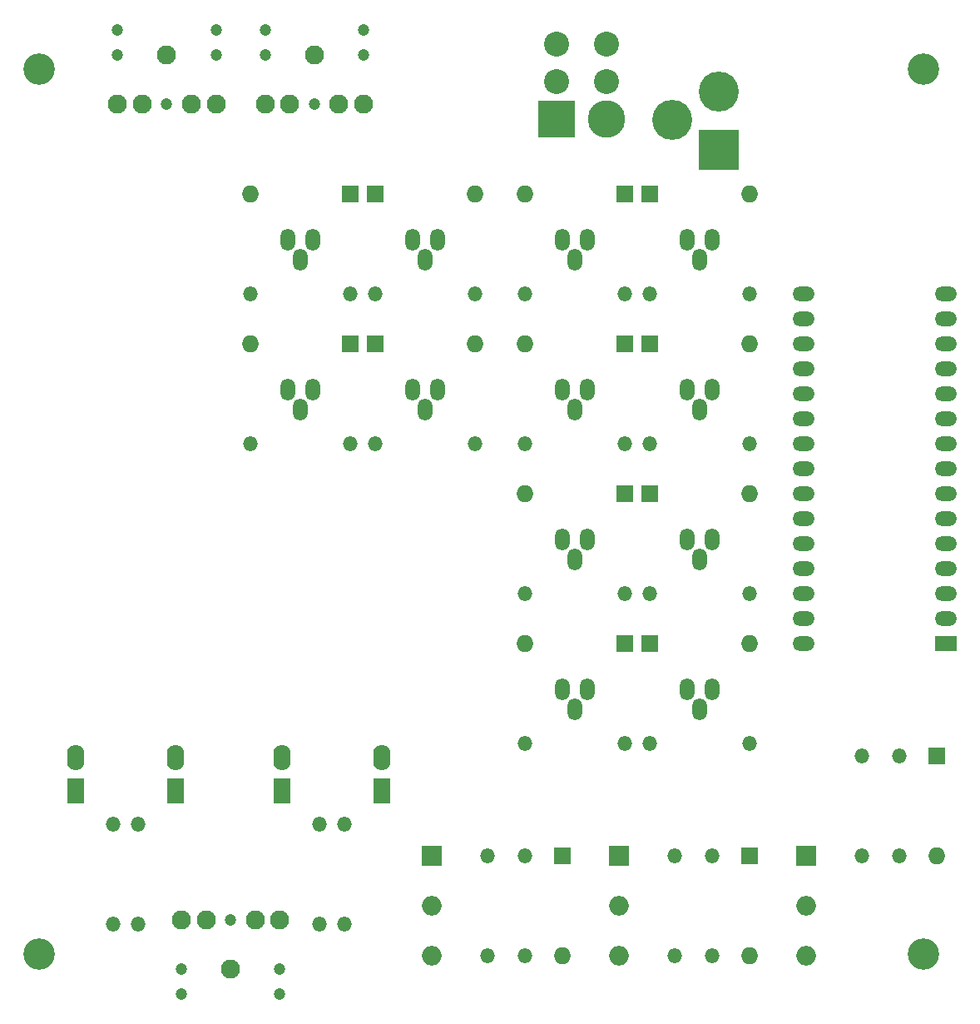
<source format=gbs>
G04 (created by PCBNEW (2013-07-07 BZR 4022)-stable) date Fri 30 Oct 2020 07:41:50 PM CDT*
%MOIN*%
G04 Gerber Fmt 3.4, Leading zero omitted, Abs format*
%FSLAX34Y34*%
G01*
G70*
G90*
G04 APERTURE LIST*
%ADD10C,0.00590551*%
%ADD11R,0.069X0.069*%
%ADD12O,0.069X0.069*%
%ADD13O,0.059X0.0885*%
%ADD14C,0.0767717*%
%ADD15C,0.0472441*%
%ADD16O,0.059X0.059*%
%ADD17R,0.069X0.1035*%
%ADD18O,0.069X0.1035*%
%ADD19R,0.0885X0.059*%
%ADD20O,0.0885X0.059*%
%ADD21C,0.125984*%
%ADD22R,0.0787402X0.0787402*%
%ADD23O,0.0787402X0.0787402*%
%ADD24R,0.16X0.16*%
%ADD25C,0.16*%
%ADD26R,0.15X0.15*%
%ADD27C,0.15*%
%ADD28C,0.1*%
G04 APERTURE END LIST*
G54D10*
G54D11*
X58000Y-92500D03*
G54D12*
X58000Y-96500D03*
G54D13*
X51500Y-73852D03*
X51000Y-74647D03*
X50500Y-73852D03*
X45500Y-67852D03*
X45000Y-68647D03*
X44500Y-67852D03*
X56500Y-85852D03*
X56000Y-86647D03*
X55500Y-85852D03*
X56500Y-73852D03*
X56000Y-74647D03*
X55500Y-73852D03*
X40500Y-73852D03*
X40000Y-74647D03*
X39500Y-73852D03*
X51500Y-79852D03*
X51000Y-80647D03*
X50500Y-79852D03*
X56500Y-79852D03*
X56000Y-80647D03*
X55500Y-79852D03*
X56500Y-67852D03*
X56000Y-68647D03*
X55500Y-67852D03*
X51500Y-67852D03*
X51000Y-68647D03*
X50500Y-67852D03*
X45500Y-73852D03*
X45000Y-74647D03*
X44500Y-73852D03*
X40500Y-67852D03*
X40000Y-68647D03*
X39500Y-67852D03*
X51500Y-85852D03*
X51000Y-86647D03*
X50500Y-85852D03*
G54D14*
X37204Y-97047D03*
X36220Y-95078D03*
X38188Y-95078D03*
X35236Y-95078D03*
X39173Y-95078D03*
G54D15*
X35236Y-97047D03*
X35236Y-98031D03*
X37204Y-95078D03*
X39173Y-97047D03*
X39173Y-98031D03*
G54D14*
X40551Y-60433D03*
X41535Y-62401D03*
X39566Y-62401D03*
X42519Y-62401D03*
X38582Y-62401D03*
G54D15*
X42519Y-60433D03*
X42519Y-59448D03*
X40551Y-62401D03*
X38582Y-60433D03*
X38582Y-59448D03*
G54D14*
X34645Y-60433D03*
X35629Y-62401D03*
X33661Y-62401D03*
X36614Y-62401D03*
X32677Y-62401D03*
G54D15*
X36614Y-60433D03*
X36614Y-59448D03*
X34645Y-62401D03*
X32677Y-60433D03*
X32677Y-59448D03*
G54D16*
X54000Y-76000D03*
X58000Y-76000D03*
X42000Y-70000D03*
X38000Y-70000D03*
X53000Y-76000D03*
X49000Y-76000D03*
X53000Y-82000D03*
X49000Y-82000D03*
X43000Y-70000D03*
X47000Y-70000D03*
X43000Y-76000D03*
X47000Y-76000D03*
X54000Y-82000D03*
X58000Y-82000D03*
X53000Y-88000D03*
X49000Y-88000D03*
X54000Y-88000D03*
X58000Y-88000D03*
X53000Y-70000D03*
X49000Y-70000D03*
X54000Y-70000D03*
X58000Y-70000D03*
X42000Y-76000D03*
X38000Y-76000D03*
X49000Y-96500D03*
X49000Y-92500D03*
X56500Y-96500D03*
X56500Y-92500D03*
X64000Y-92500D03*
X64000Y-88500D03*
X40750Y-95250D03*
X40750Y-91250D03*
X41750Y-95250D03*
X41750Y-91250D03*
X33500Y-95250D03*
X33500Y-91250D03*
X32500Y-95250D03*
X32500Y-91250D03*
G54D17*
X35000Y-89922D03*
G54D18*
X35000Y-88577D03*
G54D17*
X39250Y-89922D03*
G54D18*
X39250Y-88577D03*
G54D17*
X43250Y-89922D03*
G54D18*
X43250Y-88577D03*
G54D17*
X31000Y-89922D03*
G54D18*
X31000Y-88577D03*
G54D11*
X65500Y-88500D03*
G54D12*
X65500Y-92500D03*
G54D11*
X50500Y-92500D03*
G54D12*
X50500Y-96500D03*
G54D11*
X42000Y-72000D03*
G54D12*
X38000Y-72000D03*
G54D11*
X43000Y-72000D03*
G54D12*
X47000Y-72000D03*
G54D11*
X54000Y-66000D03*
G54D12*
X58000Y-66000D03*
G54D11*
X53000Y-66000D03*
G54D12*
X49000Y-66000D03*
G54D11*
X43000Y-66000D03*
G54D12*
X47000Y-66000D03*
G54D11*
X42000Y-66000D03*
G54D12*
X38000Y-66000D03*
G54D11*
X53000Y-84000D03*
G54D12*
X49000Y-84000D03*
G54D11*
X54000Y-84000D03*
G54D12*
X58000Y-84000D03*
G54D11*
X54000Y-72000D03*
G54D12*
X58000Y-72000D03*
G54D11*
X53000Y-72000D03*
G54D12*
X49000Y-72000D03*
G54D11*
X53000Y-78000D03*
G54D12*
X49000Y-78000D03*
G54D11*
X54000Y-78000D03*
G54D12*
X58000Y-78000D03*
G54D19*
X65852Y-84000D03*
G54D20*
X65852Y-83000D03*
X65852Y-82000D03*
X65852Y-81000D03*
X60147Y-79000D03*
X60147Y-80000D03*
X60147Y-81000D03*
X65852Y-80000D03*
X65852Y-79000D03*
X65852Y-78000D03*
X60147Y-78000D03*
X60147Y-77000D03*
X60147Y-76000D03*
X65852Y-77000D03*
X65852Y-76000D03*
X65852Y-75000D03*
X65852Y-74000D03*
X65852Y-73000D03*
X65852Y-72000D03*
X65852Y-71000D03*
X60147Y-75000D03*
X60147Y-74000D03*
X60147Y-73000D03*
X60147Y-72000D03*
X60147Y-71000D03*
X60147Y-70000D03*
X65852Y-70000D03*
X60147Y-82000D03*
X60147Y-83000D03*
X60147Y-84000D03*
G54D21*
X29527Y-61023D03*
X64960Y-61023D03*
X64960Y-96456D03*
X29527Y-96456D03*
G54D22*
X60250Y-92500D03*
G54D23*
X60250Y-94500D03*
X60250Y-96500D03*
G54D22*
X52750Y-92500D03*
G54D23*
X52750Y-94500D03*
X52750Y-96500D03*
G54D22*
X45250Y-92500D03*
G54D23*
X45250Y-94500D03*
X45250Y-96500D03*
G54D24*
X56750Y-64250D03*
G54D25*
X56750Y-61900D03*
X54900Y-63050D03*
G54D26*
X50250Y-63000D03*
G54D27*
X52250Y-63000D03*
G54D28*
X50250Y-61500D03*
X52250Y-61500D03*
X52250Y-60000D03*
X50250Y-60000D03*
G54D16*
X47500Y-92500D03*
X47500Y-96500D03*
X55000Y-92500D03*
X55000Y-96500D03*
X62500Y-88500D03*
X62500Y-92500D03*
M02*

</source>
